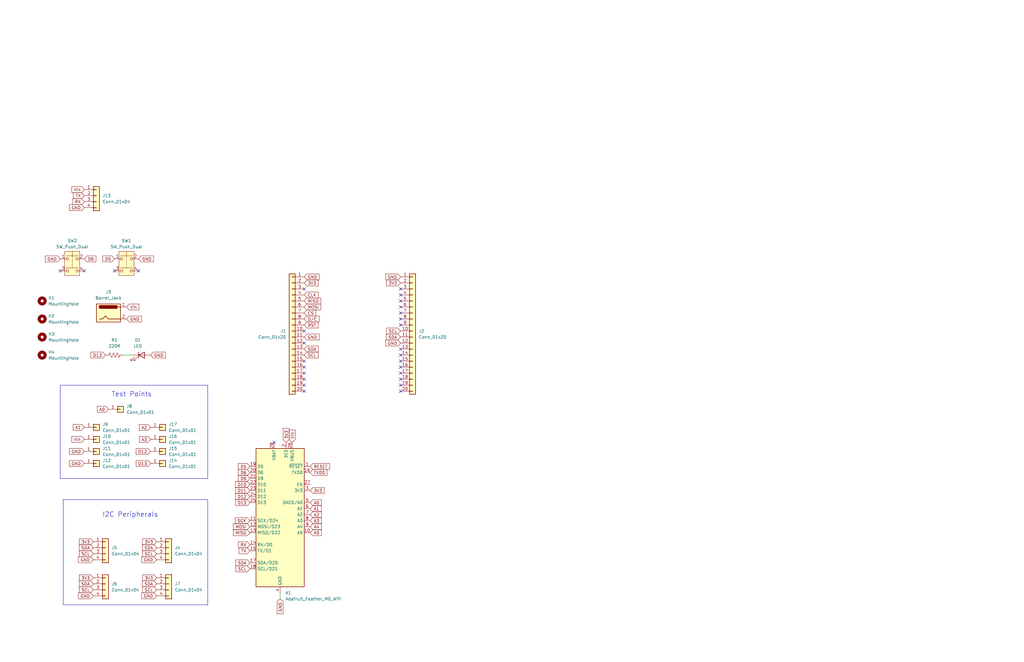
<source format=kicad_sch>
(kicad_sch (version 20231120) (generator "eeschema") (generator_version "8.0")
  (paper "B")
  (lib_symbols
    (symbol "Connector:Barrel_Jack" (pin_names (offset 1.016))
      (property "Reference" "J" (at 0 5.334 0))
      (property "Value" "Barrel_Jack" (at 0 -5.08 0))
      (symbol "Barrel_Jack_0_1"
        (rectangle (start -5.08 3.81) (end 5.08 -3.81) (stroke (width 0.254)) (fill (type background)))
        (arc (start -3.302 3.175) (mid -3.9343 2.54) (end -3.302 1.905) (stroke (width 0.254)))
        (arc (start -3.302 3.175) (mid -3.9343 2.54) (end -3.302 1.905) (stroke (width 0.254)) (fill (type outline)))
        (polyline (pts (xy 5.08 2.54) (xy 3.81 2.54)) (stroke (width 0.254)))
        (polyline (pts (xy -3.81 -2.54) (xy -2.54 -2.54) (xy -1.27 -1.27) (xy 0 -2.54) (xy 2.54 -2.54) (xy 5.08 -2.54)) (stroke (width 0.254)))
        (rectangle (start 3.683 3.175) (end -3.302 1.905) (stroke (width 0.254)) (fill (type outline)))
      )
      (symbol "Barrel_Jack_1_1"
        (pin passive line (at 7.62 2.54 180) (length 2.54) (name "~") (number "1"))
        (pin passive line (at 7.62 -2.54 180) (length 2.54) (name "~") (number "2"))
      )
    )
    (symbol "Connector_Generic:Conn_01x01" (pin_names (offset 1.016) hide)
      (property "Reference" "J" (at 0 2.54 0))
      (property "Value" "Conn_01x01" (at 0 -2.54 0))
      (symbol "Conn_01x01_1_1"
        (rectangle (start -1.27 0.127) (end 0 -0.127) (stroke (width 0.1524)))
        (rectangle (start -1.27 1.27) (end 1.27 -1.27) (stroke (width 0.254)) (fill (type background)))
        (pin passive line (at -5.08 0 0) (length 3.81) (name "Pin_1") (number "1"))
      )
    )
    (symbol "Connector_Generic:Conn_01x04" (pin_names (offset 1.016) hide)
      (property "Reference" "J" (at 0 5.08 0))
      (property "Value" "Conn_01x04" (at 0 -7.62 0))
      (symbol "Conn_01x04_1_1"
        (rectangle (start -1.27 -4.953) (end 0 -5.207) (stroke (width 0.1524)))
        (rectangle (start -1.27 -2.413) (end 0 -2.667) (stroke (width 0.1524)))
        (rectangle (start -1.27 0.127) (end 0 -0.127) (stroke (width 0.1524)))
        (rectangle (start -1.27 2.667) (end 0 2.413) (stroke (width 0.1524)))
        (rectangle (start -1.27 3.81) (end 1.27 -6.35) (stroke (width 0.254)) (fill (type background)))
        (pin passive line (at -5.08 2.54 0) (length 3.81) (name "Pin_1") (number "1"))
        (pin passive line (at -5.08 0 0) (length 3.81) (name "Pin_2") (number "2"))
        (pin passive line (at -5.08 -2.54 0) (length 3.81) (name "Pin_3") (number "3"))
        (pin passive line (at -5.08 -5.08 0) (length 3.81) (name "Pin_4") (number "4"))
      )
    )
    (symbol "Connector_Generic:Conn_01x20" (pin_names (offset 1.016) hide)
      (property "Reference" "J" (at 0 25.4 0))
      (property "Value" "Conn_01x20" (at 0 -27.94 0))
      (symbol "Conn_01x20_1_1"
        (rectangle (start -1.27 -25.273) (end 0 -25.527) (stroke (width 0.1524)))
        (rectangle (start -1.27 -22.733) (end 0 -22.987) (stroke (width 0.1524)))
        (rectangle (start -1.27 -20.193) (end 0 -20.447) (stroke (width 0.1524)))
        (rectangle (start -1.27 -17.653) (end 0 -17.907) (stroke (width 0.1524)))
        (rectangle (start -1.27 -15.113) (end 0 -15.367) (stroke (width 0.1524)))
        (rectangle (start -1.27 -12.573) (end 0 -12.827) (stroke (width 0.1524)))
        (rectangle (start -1.27 -10.033) (end 0 -10.287) (stroke (width 0.1524)))
        (rectangle (start -1.27 -7.493) (end 0 -7.747) (stroke (width 0.1524)))
        (rectangle (start -1.27 -4.953) (end 0 -5.207) (stroke (width 0.1524)))
        (rectangle (start -1.27 -2.413) (end 0 -2.667) (stroke (width 0.1524)))
        (rectangle (start -1.27 0.127) (end 0 -0.127) (stroke (width 0.1524)))
        (rectangle (start -1.27 2.667) (end 0 2.413) (stroke (width 0.1524)))
        (rectangle (start -1.27 5.207) (end 0 4.953) (stroke (width 0.1524)))
        (rectangle (start -1.27 7.747) (end 0 7.493) (stroke (width 0.1524)))
        (rectangle (start -1.27 10.287) (end 0 10.033) (stroke (width 0.1524)))
        (rectangle (start -1.27 12.827) (end 0 12.573) (stroke (width 0.1524)))
        (rectangle (start -1.27 15.367) (end 0 15.113) (stroke (width 0.1524)))
        (rectangle (start -1.27 17.907) (end 0 17.653) (stroke (width 0.1524)))
        (rectangle (start -1.27 20.447) (end 0 20.193) (stroke (width 0.1524)))
        (rectangle (start -1.27 22.987) (end 0 22.733) (stroke (width 0.1524)))
        (rectangle (start -1.27 24.13) (end 1.27 -26.67) (stroke (width 0.254)) (fill (type background)))
        (pin passive line (at -5.08 22.86 0) (length 3.81) (name "Pin_1") (number "1"))
        (pin passive line (at -5.08 0 0) (length 3.81) (name "Pin_10") (number "10"))
        (pin passive line (at -5.08 -2.54 0) (length 3.81) (name "Pin_11") (number "11"))
        (pin passive line (at -5.08 -5.08 0) (length 3.81) (name "Pin_12") (number "12"))
        (pin passive line (at -5.08 -7.62 0) (length 3.81) (name "Pin_13") (number "13"))
        (pin passive line (at -5.08 -10.16 0) (length 3.81) (name "Pin_14") (number "14"))
        (pin passive line (at -5.08 -12.7 0) (length 3.81) (name "Pin_15") (number "15"))
        (pin passive line (at -5.08 -15.24 0) (length 3.81) (name "Pin_16") (number "16"))
        (pin passive line (at -5.08 -17.78 0) (length 3.81) (name "Pin_17") (number "17"))
        (pin passive line (at -5.08 -20.32 0) (length 3.81) (name "Pin_18") (number "18"))
        (pin passive line (at -5.08 -22.86 0) (length 3.81) (name "Pin_19") (number "19"))
        (pin passive line (at -5.08 20.32 0) (length 3.81) (name "Pin_2") (number "2"))
        (pin passive line (at -5.08 -25.4 0) (length 3.81) (name "Pin_20") (number "20"))
        (pin passive line (at -5.08 17.78 0) (length 3.81) (name "Pin_3") (number "3"))
        (pin passive line (at -5.08 15.24 0) (length 3.81) (name "Pin_4") (number "4"))
        (pin passive line (at -5.08 12.7 0) (length 3.81) (name "Pin_5") (number "5"))
        (pin passive line (at -5.08 10.16 0) (length 3.81) (name "Pin_6") (number "6"))
        (pin passive line (at -5.08 7.62 0) (length 3.81) (name "Pin_7") (number "7"))
        (pin passive line (at -5.08 5.08 0) (length 3.81) (name "Pin_8") (number "8"))
        (pin passive line (at -5.08 2.54 0) (length 3.81) (name "Pin_9") (number "9"))
      )
    )
    (symbol "Device:LED" (pin_numbers hide) (pin_names (offset 1.016) hide)
      (property "Reference" "D" (at 0 2.54 0))
      (property "Value" "LED" (at 0 -2.54 0))
      (symbol "LED_0_1"
        (polyline (pts (xy -1.27 -1.27) (xy -1.27 1.27)) (stroke (width 0.254)))
        (polyline (pts (xy -1.27 0) (xy 1.27 0)))
        (polyline (pts (xy 1.27 -1.27) (xy 1.27 1.27) (xy -1.27 0) (xy 1.27 -1.27)) (stroke (width 0.254)))
        (polyline (pts (xy -3.048 -0.762) (xy -4.572 -2.286) (xy -3.81 -2.286) (xy -4.572 -2.286) (xy -4.572 -1.524)))
        (polyline (pts (xy -1.778 -0.762) (xy -3.302 -2.286) (xy -2.54 -2.286) (xy -3.302 -2.286) (xy -3.302 -1.524)))
      )
      (symbol "LED_1_1"
        (pin passive line (at -3.81 0 0) (length 2.54) (name "K") (number "1"))
        (pin passive line (at 3.81 0 180) (length 2.54) (name "A") (number "2"))
      )
    )
    (symbol "Device:R_US" (pin_numbers hide) (pin_names (offset 0))
      (property "Reference" "R" (at 2.54 0 90))
      (property "Value" "R_US" (at -2.54 0 90))
      (symbol "R_US_0_1"
        (polyline (pts (xy 0 -2.286) (xy 0 -2.54)))
        (polyline (pts (xy 0 2.286) (xy 0 2.54)))
        (polyline (pts (xy 0 -0.762) (xy 1.016 -1.143) (xy 0 -1.524) (xy -1.016 -1.905) (xy 0 -2.286)))
        (polyline (pts (xy 0 0.762) (xy 1.016 0.381) (xy 0 0) (xy -1.016 -0.381) (xy 0 -0.762)))
        (polyline (pts (xy 0 2.286) (xy 1.016 1.905) (xy 0 1.524) (xy -1.016 1.143) (xy 0 0.762)))
      )
      (symbol "R_US_1_1"
        (pin passive line (at 0 3.81 270) (length 1.27) (name "~") (number "1"))
        (pin passive line (at 0 -3.81 90) (length 1.27) (name "~") (number "2"))
      )
    )
    (symbol "MCU_Module:Adafruit_Feather_M0_Wifi"
      (property "Reference" "A1" (at 2.1941 -33.02 0))
      (property "Value" "Adafruit_Feather_M0_Wifi" (at 2.1941 -35.56 0))
      (symbol "Adafruit_Feather_M0_Wifi_0_1"
        (rectangle (start -10.16 27.94) (end 10.16 -30.48) (stroke (width 0.254)) (fill (type background)))
      )
      (symbol "Adafruit_Feather_M0_Wifi_1_1"
        (pin input line (at 12.7 20.32 180) (length 2.54) (name "~{RESET}") (number "1"))
        (pin bidirectional line (at 12.7 -7.62 180) (length 2.54) (name "A5") (number "10"))
        (pin bidirectional line (at -12.7 -2.54 0) (length 2.54) (name "SCK/D24") (number "11"))
        (pin bidirectional line (at -12.7 -5.08 0) (length 2.54) (name "MOSI/D23") (number "12"))
        (pin bidirectional line (at -12.7 -7.62 0) (length 2.54) (name "MISO/D22") (number "13"))
        (pin bidirectional line (at -12.7 -12.7 0) (length 2.54) (name "RX/D0") (number "14"))
        (pin bidirectional line (at -12.7 -15.24 0) (length 2.54) (name "TX/D1") (number "15"))
        (pin input line (at 12.7 17.78 180) (length 2.54) (name "TXD0") (number "16"))
        (pin bidirectional line (at -12.7 -20.32 0) (length 2.54) (name "SDA/D20") (number "17"))
        (pin bidirectional line (at -12.7 -22.86 0) (length 2.54) (name "SCL/D21") (number "18"))
        (pin bidirectional line (at -12.7 20.32 0) (length 2.54) (name "D5") (number "19"))
        (pin power_in line (at 2.54 30.48 270) (length 2.54) (name "3V3") (number "2"))
        (pin bidirectional line (at -12.7 17.78 0) (length 2.54) (name "D6") (number "20"))
        (pin bidirectional line (at -12.7 15.24 0) (length 2.54) (name "D9") (number "21"))
        (pin bidirectional line (at -12.7 12.7 0) (length 2.54) (name "D10") (number "22"))
        (pin bidirectional line (at -12.7 10.16 0) (length 2.54) (name "D11") (number "23"))
        (pin bidirectional line (at -12.7 7.62 0) (length 2.54) (name "D12") (number "24"))
        (pin bidirectional line (at -12.7 5.08 0) (length 2.54) (name "D13") (number "25"))
        (pin power_in line (at 5.08 30.48 270) (length 2.54) (name "VBUS") (number "26"))
        (pin input line (at 12.7 12.7 180) (length 2.54) (name "EN") (number "27"))
        (pin power_in line (at -2.54 30.48 270) (length 2.54) (name "VBAT") (number "28"))
        (pin input line (at 12.7 10.16 180) (length 2.54) (name "3V3") (number "3"))
        (pin power_in line (at 0 -33.02 90) (length 2.54) (name "GND") (number "4"))
        (pin bidirectional line (at 12.7 5.08 180) (length 2.54) (name "DAC0/A0") (number "5"))
        (pin bidirectional line (at 12.7 2.54 180) (length 2.54) (name "A1") (number "6"))
        (pin bidirectional line (at 12.7 0 180) (length 2.54) (name "A2") (number "7"))
        (pin bidirectional line (at 12.7 -2.54 180) (length 2.54) (name "A3") (number "8"))
        (pin bidirectional line (at 12.7 -5.08 180) (length 2.54) (name "A4") (number "9"))
      )
    )
    (symbol "Mechanical:MountingHole" (pin_names (offset 1.016))
      (property "Reference" "H" (at 0 5.08 0))
      (property "Value" "MountingHole" (at 0 3.175 0))
      (symbol "MountingHole_0_1"
        (circle (center 0 0) (radius 1.27) (stroke (width 1.27)))
      )
    )
    (symbol "Switch:SW_Push_Dual" (pin_names (offset 1.016) hide)
      (property "Reference" "SW" (at 0 7.62 0))
      (property "Value" "SW_Push_Dual" (at 0 -6.35 0))
      (symbol "SW_Push_Dual_0_1"
        (circle (center -2.032 -2.54) (radius 0.508))
        (circle (center -2.032 2.54) (radius 0.508))
        (polyline (pts (xy 0 -0.508) (xy 0 -1.016)))
        (polyline (pts (xy 0 0.508) (xy 0 0)))
        (polyline (pts (xy 0 1.016) (xy 0 1.524)))
        (polyline (pts (xy 0 2.032) (xy 0 2.54)))
        (polyline (pts (xy 0 3.048) (xy 0 3.556)))
        (polyline (pts (xy 0 3.81) (xy 0 5.588)))
        (polyline (pts (xy 2.54 -1.27) (xy -2.54 -1.27)))
        (polyline (pts (xy 2.54 3.81) (xy -2.54 3.81)))
        (circle (center 2.032 -2.54) (radius 0.508))
        (circle (center 2.032 2.54) (radius 0.508))
        (pin passive line (at -5.08 2.54 0) (length 2.54) (name "1") (number "1"))
        (pin passive line (at 5.08 2.54 180) (length 2.54) (name "2") (number "2"))
        (pin passive line (at -5.08 -2.54 0) (length 2.54) (name "3") (number "3"))
        (pin passive line (at 5.08 -2.54 180) (length 2.54) (name "4") (number "4"))
      )
      (symbol "SW_Push_Dual_1_1"
        (rectangle (start -3.175 5.715) (end 3.175 -4.445) (fill (type background)))
      )
    )
  )
  (no_connect (at 168.91 127))
  (no_connect (at 168.91 132.08))
  (no_connect (at 168.91 129.54))
  (no_connect (at 168.91 160.02))
  (no_connect (at 35.56 114.3))
  (no_connect (at 128.27 162.56))
  (no_connect (at 128.27 165.1))
  (no_connect (at 168.91 149.86))
  (no_connect (at 168.91 137.16))
  (no_connect (at 128.27 152.4))
  (no_connect (at 168.91 134.62))
  (no_connect (at 25.4 114.3))
  (no_connect (at 168.91 157.48))
  (no_connect (at 168.91 147.32))
  (no_connect (at 168.91 124.46))
  (no_connect (at 115.57 186.69))
  (no_connect (at 168.91 165.1))
  (no_connect (at 128.27 157.48))
  (no_connect (at 128.27 121.92))
  (no_connect (at 168.91 121.92))
  (no_connect (at 128.27 160.02))
  (no_connect (at 58.42 114.3))
  (no_connect (at 168.91 152.4))
  (no_connect (at 168.91 162.56))
  (no_connect (at 128.27 144.78))
  (no_connect (at 128.27 139.7))
  (no_connect (at 48.26 114.3))
  (no_connect (at 168.91 154.94))
  (no_connect (at 128.27 154.94))
  (wire (pts (xy 52.07 149.86) (xy 55.88 149.86)))
  (wire (pts (xy 118.11 250.19) (xy 118.11 252.73)))
  (rectangle (start 26.67 210.82) (end 87.63 255.27))
  (rectangle (start 25.4 162.56) (end 87.63 201.93))
  (text "Test Points" (at 46.99 167.64 0) (effects (font (size 2 2)) (justify left bottom)))
  (text "I2C Peripherals" (at 43.18 218.44 0) (effects (font (size 2 2)) (justify left bottom)))
  (global_label "RESET" (shape input) (at 130.81 196.85 0) (property "Intersheetrefs" "${INTERSHEET_REFS}" (effects (hide yes))))
  (global_label "D5" (shape input) (at 48.26 109.22 180) (property "Intersheetrefs" "${INTERSHEET_REFS}" (effects (hide yes))))
  (global_label "3V3" (shape input) (at 168.91 119.38 180) (property "Intersheetrefs" "${INTERSHEET_REFS}" (effects (hide yes))))
  (global_label "D13" (shape input) (at 63.5 195.58 180) (property "Intersheetrefs" "${INTERSHEET_REFS}" (effects (hide yes))))
  (global_label "GND" (shape input) (at 168.91 144.78 180) (property "Intersheetrefs" "${INTERSHEET_REFS}" (effects (hide yes))))
  (global_label "GND" (shape input) (at 66.04 251.46 180) (property "Intersheetrefs" "${INTERSHEET_REFS}" (effects (hide yes))))
  (global_label "SDA" (shape input) (at 105.41 237.49 180) (property "Intersheetrefs" "${INTERSHEET_REFS}" (effects (hide yes))))
  (global_label "CLK" (shape input) (at 128.27 124.46 0) (property "Intersheetrefs" "${INTERSHEET_REFS}" (effects (hide yes))))
  (global_label "A1" (shape input) (at 35.56 180.34 180) (property "Intersheetrefs" "${INTERSHEET_REFS}" (effects (hide yes))))
  (global_label "SCL" (shape input) (at 39.37 233.68 180) (property "Intersheetrefs" "${INTERSHEET_REFS}" (effects (hide yes))))
  (global_label "RX" (shape input) (at 105.41 229.87 180) (property "Intersheetrefs" "${INTERSHEET_REFS}" (effects (hide yes))))
  (global_label "3V3" (shape input) (at 66.04 243.84 180) (property "Intersheetrefs" "${INTERSHEET_REFS}" (effects (hide yes))))
  (global_label "D10" (shape input) (at 105.41 204.47 180) (property "Intersheetrefs" "${INTERSHEET_REFS}" (effects (hide yes))))
  (global_label "D12" (shape input) (at 105.41 209.55 180) (property "Intersheetrefs" "${INTERSHEET_REFS}" (effects (hide yes))))
  (global_label "A0" (shape input) (at 45.72 172.72 180) (property "Intersheetrefs" "${INTERSHEET_REFS}" (effects (hide yes))))
  (global_label "D9" (shape input) (at 105.41 201.93 180) (property "Intersheetrefs" "${INTERSHEET_REFS}" (effects (hide yes))))
  (global_label "GND" (shape input) (at 63.5 149.86 0) (property "Intersheetrefs" "${INTERSHEET_REFS}" (effects (hide yes))))
  (global_label "MISO" (shape input) (at 105.41 224.79 180) (property "Intersheetrefs" "${INTERSHEET_REFS}" (effects (hide yes))))
  (global_label "SDA" (shape input) (at 128.27 147.32 0) (property "Intersheetrefs" "${INTERSHEET_REFS}" (effects (hide yes))))
  (global_label "GND" (shape input) (at 53.34 134.62 0) (property "Intersheetrefs" "${INTERSHEET_REFS}" (effects (hide yes))))
  (global_label "3V3" (shape input) (at 39.37 243.84 180) (property "Intersheetrefs" "${INTERSHEET_REFS}" (effects (hide yes))))
  (global_label "GND" (shape input) (at 39.37 251.46 180) (property "Intersheetrefs" "${INTERSHEET_REFS}" (effects (hide yes))))
  (global_label "TX" (shape input) (at 35.56 82.55 180) (property "Intersheetrefs" "${INTERSHEET_REFS}" (effects (hide yes))))
  (global_label "D5" (shape input) (at 105.41 196.85 180) (property "Intersheetrefs" "${INTERSHEET_REFS}" (effects (hide yes))))
  (global_label "GND" (shape input) (at 128.27 116.84 0) (property "Intersheetrefs" "${INTERSHEET_REFS}" (effects (hide yes))))
  (global_label "TX" (shape input) (at 105.41 232.41 180) (property "Intersheetrefs" "${INTERSHEET_REFS}" (effects (hide yes))))
  (global_label "SCL" (shape input) (at 105.41 240.03 180) (property "Intersheetrefs" "${INTERSHEET_REFS}" (effects (hide yes))))
  (global_label "A2" (shape input) (at 63.5 180.34 180) (property "Intersheetrefs" "${INTERSHEET_REFS}" (effects (hide yes))))
  (global_label "D6" (shape input) (at 105.41 199.39 180) (property "Intersheetrefs" "${INTERSHEET_REFS}" (effects (hide yes))))
  (global_label "Vin" (shape input) (at 53.34 129.54 0) (property "Intersheetrefs" "${INTERSHEET_REFS}" (effects (hide yes))))
  (global_label "Vin" (shape input) (at 35.56 80.01 180) (property "Intersheetrefs" "${INTERSHEET_REFS}" (effects (hide yes))))
  (global_label "GND" (shape input) (at 35.56 87.63 180) (property "Intersheetrefs" "${INTERSHEET_REFS}" (effects (hide yes))))
  (global_label "SCL" (shape input) (at 39.37 248.92 180) (property "Intersheetrefs" "${INTERSHEET_REFS}" (effects (hide yes))))
  (global_label "GND" (shape input) (at 58.42 109.22 0) (property "Intersheetrefs" "${INTERSHEET_REFS}" (effects (hide yes))))
  (global_label "GND" (shape input) (at 39.37 236.22 180) (property "Intersheetrefs" "${INTERSHEET_REFS}" (effects (hide yes))))
  (global_label "D13" (shape input) (at 44.45 149.86 180) (property "Intersheetrefs" "${INTERSHEET_REFS}" (effects (hide yes))))
  (global_label "A1" (shape input) (at 130.81 214.63 0) (property "Intersheetrefs" "${INTERSHEET_REFS}" (effects (hide yes))))
  (global_label "MOSI" (shape input) (at 105.41 222.25 180) (property "Intersheetrefs" "${INTERSHEET_REFS}" (effects (hide yes))))
  (global_label "SCL" (shape input) (at 168.91 139.7 180) (property "Intersheetrefs" "${INTERSHEET_REFS}" (effects (hide yes))))
  (global_label "SDA" (shape input) (at 66.04 231.14 180) (property "Intersheetrefs" "${INTERSHEET_REFS}" (effects (hide yes))))
  (global_label "3V3" (shape input) (at 128.27 119.38 0) (property "Intersheetrefs" "${INTERSHEET_REFS}" (effects (hide yes))))
  (global_label "3V3" (shape input) (at 120.65 186.69 90) (property "Intersheetrefs" "${INTERSHEET_REFS}" (effects (hide yes))))
  (global_label "D11" (shape input) (at 105.41 207.01 180) (property "Intersheetrefs" "${INTERSHEET_REFS}" (effects (hide yes))))
  (global_label "RX" (shape input) (at 35.56 85.09 180) (property "Intersheetrefs" "${INTERSHEET_REFS}" (effects (hide yes))))
  (global_label "SCK" (shape input) (at 105.41 219.71 180) (property "Intersheetrefs" "${INTERSHEET_REFS}" (effects (hide yes))))
  (global_label "A3" (shape input) (at 63.5 185.42 180) (property "Intersheetrefs" "${INTERSHEET_REFS}" (effects (hide yes))))
  (global_label "D{slash}C" (shape input) (at 128.27 134.62 0) (property "Intersheetrefs" "${INTERSHEET_REFS}" (effects (hide yes))))
  (global_label "CS" (shape input) (at 128.27 132.08 0) (property "Intersheetrefs" "${INTERSHEET_REFS}" (effects (hide yes))))
  (global_label "GND" (shape input) (at 66.04 236.22 180) (property "Intersheetrefs" "${INTERSHEET_REFS}" (effects (hide yes))))
  (global_label "GND" (shape input) (at 35.56 195.58 180) (property "Intersheetrefs" "${INTERSHEET_REFS}" (effects (hide yes))))
  (global_label "SCL" (shape input) (at 66.04 233.68 180) (property "Intersheetrefs" "${INTERSHEET_REFS}" (effects (hide yes))))
  (global_label "3V3" (shape input) (at 130.81 207.01 0) (property "Intersheetrefs" "${INTERSHEET_REFS}" (effects (hide yes))))
  (global_label "3V3" (shape input) (at 66.04 228.6 180) (property "Intersheetrefs" "${INTERSHEET_REFS}" (effects (hide yes))))
  (global_label "A5" (shape input) (at 130.81 224.79 0) (property "Intersheetrefs" "${INTERSHEET_REFS}" (effects (hide yes))))
  (global_label "D12" (shape input) (at 63.5 190.5 180) (property "Intersheetrefs" "${INTERSHEET_REFS}" (effects (hide yes))))
  (global_label "SDA" (shape input) (at 66.04 246.38 180) (property "Intersheetrefs" "${INTERSHEET_REFS}" (effects (hide yes))))
  (global_label "MISO" (shape input) (at 128.27 127 0) (property "Intersheetrefs" "${INTERSHEET_REFS}" (effects (hide yes))))
  (global_label "SDA" (shape input) (at 39.37 231.14 180) (property "Intersheetrefs" "${INTERSHEET_REFS}" (effects (hide yes))))
  (global_label "SDA" (shape input) (at 168.91 142.24 180) (property "Intersheetrefs" "${INTERSHEET_REFS}" (effects (hide yes))))
  (global_label "SCL" (shape input) (at 66.04 248.92 180) (property "Intersheetrefs" "${INTERSHEET_REFS}" (effects (hide yes))))
  (global_label "A3" (shape input) (at 130.81 219.71 0) (property "Intersheetrefs" "${INTERSHEET_REFS}" (effects (hide yes))))
  (global_label "Vin" (shape input) (at 35.56 185.42 180) (property "Intersheetrefs" "${INTERSHEET_REFS}" (effects (hide yes))))
  (global_label "GND" (shape input) (at 35.56 190.5 180) (property "Intersheetrefs" "${INTERSHEET_REFS}" (effects (hide yes))))
  (global_label "D13" (shape input) (at 105.41 212.09 180) (property "Intersheetrefs" "${INTERSHEET_REFS}" (effects (hide yes))))
  (global_label "GND" (shape input) (at 118.11 252.73 270) (property "Intersheetrefs" "${INTERSHEET_REFS}" (effects (hide yes))))
  (global_label "MOSI" (shape input) (at 128.27 129.54 0) (property "Intersheetrefs" "${INTERSHEET_REFS}" (effects (hide yes))))
  (global_label "RST" (shape input) (at 128.27 137.16 0) (property "Intersheetrefs" "${INTERSHEET_REFS}" (effects (hide yes))))
  (global_label "D6" (shape input) (at 35.56 109.22 0) (property "Intersheetrefs" "${INTERSHEET_REFS}" (effects (hide yes))))
  (global_label "GND" (shape input) (at 168.91 116.84 180) (property "Intersheetrefs" "${INTERSHEET_REFS}" (effects (hide yes))))
  (global_label "SDA" (shape input) (at 39.37 246.38 180) (property "Intersheetrefs" "${INTERSHEET_REFS}" (effects (hide yes))))
  (global_label "A4" (shape input) (at 130.81 222.25 0) (property "Intersheetrefs" "${INTERSHEET_REFS}" (effects (hide yes))))
  (global_label "A0" (shape input) (at 130.81 212.09 0) (property "Intersheetrefs" "${INTERSHEET_REFS}" (effects (hide yes))))
  (global_label "GND" (shape input) (at 128.27 142.24 0) (property "Intersheetrefs" "${INTERSHEET_REFS}" (effects (hide yes))))
  (global_label "TXD0" (shape input) (at 130.81 199.39 0) (property "Intersheetrefs" "${INTERSHEET_REFS}" (effects (hide yes))))
  (global_label "Vin" (shape input) (at 123.19 186.69 90) (property "Intersheetrefs" "${INTERSHEET_REFS}" (effects (hide yes))))
  (global_label "GND" (shape input) (at 25.4 109.22 180) (property "Intersheetrefs" "${INTERSHEET_REFS}" (effects (hide yes))))
  (global_label "3V3" (shape input) (at 39.37 228.6 180) (property "Intersheetrefs" "${INTERSHEET_REFS}" (effects (hide yes))))
  (global_label "A2" (shape input) (at 130.81 217.17 0) (property "Intersheetrefs" "${INTERSHEET_REFS}" (effects (hide yes))))
  (global_label "SCL" (shape input) (at 128.27 149.86 0) (property "Intersheetrefs" "${INTERSHEET_REFS}" (effects (hide yes))))
  (symbol (lib_id "Connector_Generic:Conn_01x04") (at 71.12 231.14 0) (unit 1)
    (property "Reference" "J4" (at 73.66 231.14 0) (effects (justify left)))
    (property "Value" "Conn_01x04" (at 73.66 233.68 0) (effects (justify left)))
    (property "Footprint" "Connector_PinHeader_2.54mm:PinHeader_1x04_P2.54mm_Vertical" (effects (hide yes)))
  )
  (symbol (lib_id "Connector_Generic:Conn_01x04") (at 44.45 231.14 0) (unit 1)
    (property "Reference" "J5" (at 46.99 231.14 0) (effects (justify left)))
    (property "Value" "Conn_01x04" (at 46.99 233.68 0) (effects (justify left)))
    (property "Footprint" "Connector_PinHeader_2.54mm:PinHeader_1x04_P2.54mm_Vertical" (effects (hide yes)))
  )
  (symbol (lib_id "Mechanical:MountingHole") (at 17.78 149.86 0) (unit 1)
    (property "Reference" "H4" (at 20.32 148.59 0) (effects (justify left)))
    (property "Value" "MountingHole" (at 20.32 151.13 0) (effects (justify left)))
    (property "Footprint" "MountingHole:MountingHole_2.5mm_Pad" (effects (hide yes)))
  )
  (symbol (lib_id "Connector_Generic:Conn_01x04") (at 40.64 82.55 0) (unit 1)
    (property "Reference" "J13" (at 43.18 82.5499 0) (effects (justify left)))
    (property "Value" "Conn_01x04" (at 43.18 85.0899 0) (effects (justify left)))
    (property "Description" "Generic connector, single row, 01x04, script generated (kicad-library-utils/schlib/autogen/connector/)" (effects (hide yes)))
  )
  (symbol (lib_id "MCU_Module:Adafruit_Feather_M0_Wifi") (at 118.11 217.17 0) (unit 1)
    (property "Reference" "A1" (at 120.3041 250.19 0) (effects (justify left)))
    (property "Value" "Adafruit_Feather_M0_Wifi" (at 120.3041 252.73 0) (effects (justify left)))
    (property "Footprint" "Module:Adafruit_Feather_M0_Wifi_WithMountingHoles" (effects (hide yes)))
    (property "Datasheet" "https://cdn-learn.adafruit.com/downloads/pdf/adafruit-feather-m0-wifi-atwinc1500.pdf" (effects (hide yes)))
  )
  (symbol (lib_id "Connector_Generic:Conn_01x01") (at 50.8 172.72 0) (unit 1)
    (property "Reference" "J8" (at 53.34 171.45 0) (effects (justify left)))
    (property "Value" "Conn_01x01" (at 53.34 173.99 0) (effects (justify left)))
    (property "Footprint" "Connector_PinHeader_2.54mm:PinHeader_1x01_P2.54mm_Vertical" (effects (hide yes)))
  )
  (symbol (lib_id "Connector:Barrel_Jack") (at 45.72 132.08 0) (unit 1)
    (property "Reference" "J3" (at 45.72 123.19 0))
    (property "Value" "Barrel_Jack" (at 45.72 125.73 0))
    (property "Footprint" "Connector_BarrelJack:BarrelJack_GCT_DCJ200-10-A_Horizontal" (effects (hide yes)))
  )
  (symbol (lib_id "Connector_Generic:Conn_01x01") (at 68.58 190.5 0) (unit 1)
    (property "Reference" "J15" (at 71.12 189.23 0) (effects (justify left)))
    (property "Value" "Conn_01x01" (at 71.12 191.77 0) (effects (justify left)))
    (property "Footprint" "Connector_PinHeader_2.54mm:PinHeader_1x01_P2.54mm_Vertical" (effects (hide yes)))
  )
  (symbol (lib_id "Mechanical:MountingHole") (at 17.78 142.24 0) (unit 1)
    (property "Reference" "H3" (at 20.32 140.97 0) (effects (justify left)))
    (property "Value" "MountingHole" (at 20.32 143.51 0) (effects (justify left)))
    (property "Footprint" "MountingHole:MountingHole_2.5mm_Pad" (effects (hide yes)))
  )
  (symbol (lib_id "Device:R_US") (at 48.26 149.86 90) (unit 1)
    (property "Reference" "R1" (at 48.26 143.51 90))
    (property "Value" "220R" (at 48.26 146.05 90))
    (property "Footprint" "Resistor_SMD:R_1206_3216Metric_Pad1.30x1.75mm_HandSolder" (effects (hide yes)))
  )
  (symbol (lib_id "Connector_Generic:Conn_01x01") (at 40.64 180.34 0) (unit 1)
    (property "Reference" "J9" (at 43.18 179.07 0) (effects (justify left)))
    (property "Value" "Conn_01x01" (at 43.18 181.61 0) (effects (justify left)))
    (property "Footprint" "Connector_PinHeader_2.54mm:PinHeader_1x01_P2.54mm_Vertical" (effects (hide yes)))
  )
  (symbol (lib_id "Mechanical:MountingHole") (at 17.78 134.62 0) (unit 1)
    (property "Reference" "H2" (at 20.32 133.35 0) (effects (justify left)))
    (property "Value" "MountingHole" (at 20.32 135.89 0) (effects (justify left)))
    (property "Footprint" "MountingHole:MountingHole_2.5mm_Pad" (effects (hide yes)))
  )
  (symbol (lib_id "Connector_Generic:Conn_01x20") (at 123.19 139.7 0) (mirror y) (unit 1)
    (property "Reference" "J1" (at 120.65 139.7 0) (effects (justify left)))
    (property "Value" "Conn_01x20" (at 120.65 142.24 0) (effects (justify left)))
    (property "Footprint" "Connector_PinHeader_2.54mm:PinHeader_1x20_P2.54mm_Vertical" (effects (hide yes)))
  )
  (symbol (lib_id "Connector_Generic:Conn_01x01") (at 40.64 190.5 0) (unit 1)
    (property "Reference" "J11" (at 43.18 189.23 0) (effects (justify left)))
    (property "Value" "Conn_01x01" (at 43.18 191.77 0) (effects (justify left)))
    (property "Footprint" "Connector_PinHeader_2.54mm:PinHeader_1x01_P2.54mm_Vertical" (effects (hide yes)))
  )
  (symbol (lib_id "Switch:SW_Push_Dual") (at 53.34 111.76 0) (unit 1)
    (property "Reference" "SW1" (at 53.34 101.6 0))
    (property "Value" "SW_Push_Dual" (at 53.34 104.14 0))
    (property "Footprint" "Button_Switch_THT:SW_PUSH_6mm" (effects (hide yes)))
  )
  (symbol (lib_id "Connector_Generic:Conn_01x01") (at 68.58 185.42 0) (unit 1)
    (property "Reference" "J16" (at 71.12 184.15 0) (effects (justify left)))
    (property "Value" "Conn_01x01" (at 71.12 186.69 0) (effects (justify left)))
    (property "Footprint" "Connector_PinHeader_2.54mm:PinHeader_1x01_P2.54mm_Vertical" (effects (hide yes)))
  )
  (symbol (lib_id "Mechanical:MountingHole") (at 17.78 127 0) (unit 1)
    (property "Reference" "H1" (at 20.32 125.73 0) (effects (justify left)))
    (property "Value" "MountingHole" (at 20.32 128.27 0) (effects (justify left)))
    (property "Footprint" "MountingHole:MountingHole_2.5mm_Pad" (effects (hide yes)))
  )
  (symbol (lib_id "Connector_Generic:Conn_01x04") (at 71.12 246.38 0) (unit 1)
    (property "Reference" "J7" (at 73.66 246.38 0) (effects (justify left)))
    (property "Value" "Conn_01x04" (at 73.66 248.92 0) (effects (justify left)))
    (property "Footprint" "Connector_PinHeader_2.54mm:PinHeader_1x04_P2.54mm_Vertical" (effects (hide yes)))
  )
  (symbol (lib_id "Connector_Generic:Conn_01x01") (at 40.64 185.42 0) (unit 1)
    (property "Reference" "J10" (at 43.18 184.15 0) (effects (justify left)))
    (property "Value" "Conn_01x01" (at 43.18 186.69 0) (effects (justify left)))
    (property "Footprint" "Connector_PinHeader_2.54mm:PinHeader_1x01_P2.54mm_Vertical" (effects (hide yes)))
  )
  (symbol (lib_id "Connector_Generic:Conn_01x01") (at 40.64 195.58 0) (unit 1)
    (property "Reference" "J12" (at 43.18 194.31 0) (effects (justify left)))
    (property "Value" "Conn_01x01" (at 43.18 196.85 0) (effects (justify left)))
    (property "Footprint" "Connector_PinHeader_2.54mm:PinHeader_1x01_P2.54mm_Vertical" (effects (hide yes)))
  )
  (symbol (lib_id "Connector_Generic:Conn_01x01") (at 68.58 180.34 0) (unit 1)
    (property "Reference" "J17" (at 71.12 179.07 0) (effects (justify left)))
    (property "Value" "Conn_01x01" (at 71.12 181.61 0) (effects (justify left)))
    (property "Footprint" "Connector_PinHeader_2.54mm:PinHeader_1x01_P2.54mm_Vertical" (effects (hide yes)))
  )
  (symbol (lib_id "Connector_Generic:Conn_01x04") (at 44.45 246.38 0) (unit 1)
    (property "Reference" "J6" (at 46.99 246.38 0) (effects (justify left)))
    (property "Value" "Conn_01x04" (at 46.99 248.92 0) (effects (justify left)))
    (property "Footprint" "Connector_PinHeader_2.54mm:PinHeader_1x04_P2.54mm_Vertical" (effects (hide yes)))
  )
  (symbol (lib_id "Device:LED") (at 59.69 149.86 0) (unit 1)
    (property "Reference" "D1" (at 58.1025 143.51 0))
    (property "Value" "LED" (at 58.1025 146.05 0))
    (property "Footprint" "LED_THT:LED_D3.0mm" (effects (hide yes)))
  )
  (symbol (lib_id "Connector_Generic:Conn_01x01") (at 68.58 195.58 0) (unit 1)
    (property "Reference" "J14" (at 71.12 194.31 0) (effects (justify left)))
    (property "Value" "Conn_01x01" (at 71.12 196.85 0) (effects (justify left)))
    (property "Footprint" "Connector_PinHeader_2.54mm:PinHeader_1x01_P2.54mm_Vertical" (effects (hide yes)))
  )
  (symbol (lib_id "Connector_Generic:Conn_01x20") (at 173.99 139.7 0) (unit 1)
    (property "Reference" "J2" (at 176.53 139.7 0) (effects (justify left)))
    (property "Value" "Conn_01x20" (at 176.53 142.24 0) (effects (justify left)))
    (property "Footprint" "Connector_PinHeader_2.54mm:PinHeader_1x20_P2.54mm_Vertical" (effects (hide yes)))
  )
  (symbol (lib_id "Switch:SW_Push_Dual") (at 30.48 111.76 0) (unit 1)
    (property "Reference" "SW2" (at 30.48 101.6 0))
    (property "Value" "SW_Push_Dual" (at 30.48 104.14 0))
    (property "Footprint" "Button_Switch_THT:SW_PUSH_6mm" (effects (hide yes)))
  )
)
</source>
